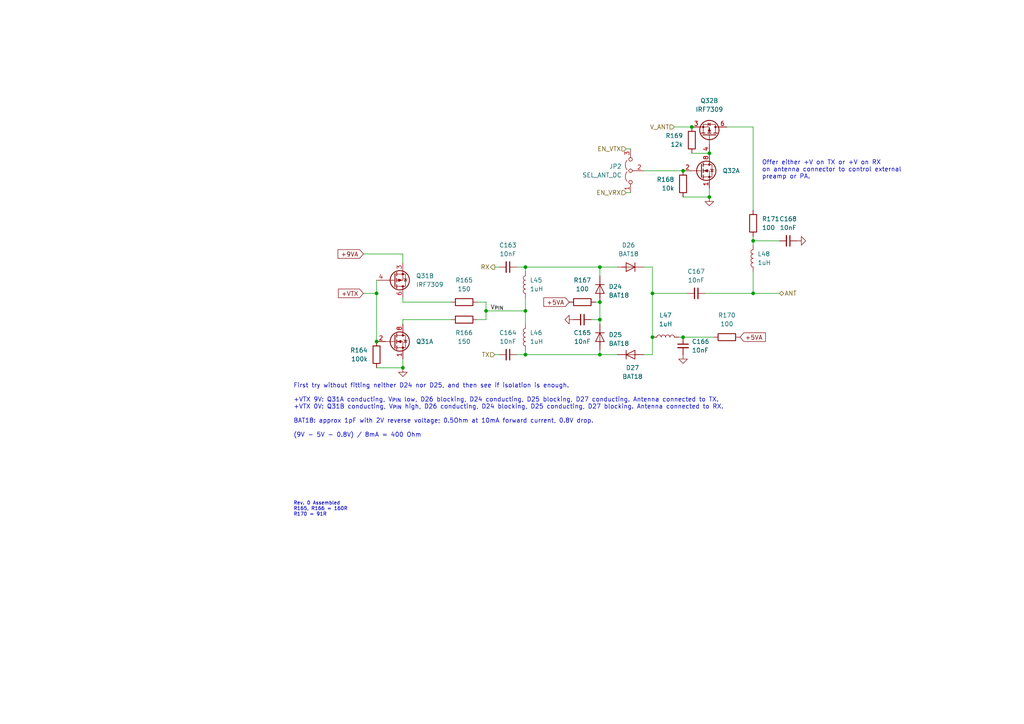
<source format=kicad_sch>
(kicad_sch (version 20230121) (generator eeschema)
  (paper "A4")
  (title_block (title "DART-70 TRX") (date "2023-05-21") (rev "1") (company "HB9EGM") (comment 1 "A 4m Band SSB/CW Transceiver"))
  (lib_symbols
    (symbol "BAT18_1" (pin_numbers hide) (pin_names (offset 0) hide)
      (property "Reference" "D" (at 0 2.54 0))
      (property "Value" "BAT18_1" (at 0 -2.54 0))
      (symbol "BAT18_1_0_1"
        (polyline (pts (xy -1.27 0) (xy 2.54 0)))
        (polyline (pts (xy -1.27 1.27) (xy -1.27 -1.27)) (stroke (width 0.2032)))
        (polyline (pts (xy 1.27 1.27) (xy 1.27 -1.27) (xy -1.27 0) (xy 1.27 1.27)) (stroke (width 0.2032)))
      )
      (symbol "BAT18_1_1_1"
        (pin passive line (at 3.81 0 180) (length 2.54) (name "A") (number "1"))
        (pin no_connect line (at -3.81 1.27 0) (length 2.54) hide (name "NC") (number "2"))
        (pin passive line (at -3.81 0 0) (length 2.54) (name "K") (number "3"))
      )
    )
    (symbol "BAT18_2" (pin_numbers hide) (pin_names (offset 0) hide)
      (property "Reference" "D" (at 0 2.54 0))
      (property "Value" "BAT18_2" (at 0 -2.54 0))
      (symbol "BAT18_2_0_1"
        (polyline (pts (xy -1.27 0) (xy 2.54 0)))
        (polyline (pts (xy -1.27 1.27) (xy -1.27 -1.27)) (stroke (width 0.2032)))
        (polyline (pts (xy 1.27 1.27) (xy 1.27 -1.27) (xy -1.27 0) (xy 1.27 1.27)) (stroke (width 0.2032)))
      )
      (symbol "BAT18_2_1_1"
        (pin passive line (at 3.81 0 180) (length 2.54) (name "A") (number "1"))
        (pin no_connect line (at -3.81 1.27 0) (length 2.54) hide (name "NC") (number "2"))
        (pin passive line (at -3.81 0 0) (length 2.54) (name "K") (number "3"))
      )
    )
    (symbol "BAT18_3" (pin_numbers hide) (pin_names (offset 0) hide)
      (property "Reference" "D" (at 0 2.54 0))
      (property "Value" "BAT18_3" (at 0 -2.54 0))
      (symbol "BAT18_3_0_1"
        (polyline (pts (xy -1.27 0) (xy 2.54 0)))
        (polyline (pts (xy -1.27 1.27) (xy -1.27 -1.27)) (stroke (width 0.2032)))
        (polyline (pts (xy 1.27 1.27) (xy 1.27 -1.27) (xy -1.27 0) (xy 1.27 1.27)) (stroke (width 0.2032)))
      )
      (symbol "BAT18_3_1_1"
        (pin passive line (at 3.81 0 180) (length 2.54) (name "A") (number "1"))
        (pin no_connect line (at -3.81 1.27 0) (length 2.54) hide (name "NC") (number "2"))
        (pin passive line (at -3.81 0 0) (length 2.54) (name "K") (number "3"))
      )
    )
    (symbol "Device:C_Small" (pin_numbers hide) (pin_names (offset 0.254) hide)
      (property "Reference" "C" (at 0.254 1.778 0))
      (property "Value" "C_Small" (at 0.254 -2.032 0))
      (symbol "C_Small_0_1"
        (polyline (pts (xy -1.524 -0.508) (xy 1.524 -0.508)) (stroke (width 0.3302)))
        (polyline (pts (xy -1.524 0.508) (xy 1.524 0.508)) (stroke (width 0.3048)))
      )
      (symbol "C_Small_1_1"
        (pin passive line (at 0 2.54 270) (length 2.032) (name "~") (number "1"))
        (pin passive line (at 0 -2.54 90) (length 2.032) (name "~") (number "2"))
      )
    )
    (symbol "Device:L" (pin_numbers hide) (pin_names (offset 1.016) hide)
      (property "Reference" "L" (at -1.27 0 90))
      (property "Value" "L" (at 1.905 0 90))
      (symbol "L_0_1"
        (arc (start 0 -2.54) (mid 0.6323 -1.905) (end 0 -1.27))
        (arc (start 0 -1.27) (mid 0.6323 -0.635) (end 0 0))
        (arc (start 0 0) (mid 0.6323 0.635) (end 0 1.27))
        (arc (start 0 1.27) (mid 0.6323 1.905) (end 0 2.54))
      )
      (symbol "L_1_1"
        (pin passive line (at 0 3.81 270) (length 1.27) (name "1") (number "1"))
        (pin passive line (at 0 -3.81 90) (length 1.27) (name "2") (number "2"))
      )
    )
    (symbol "Device:R" (pin_numbers hide) (pin_names (offset 0))
      (property "Reference" "R" (at 2.032 0 90))
      (property "Value" "R" (at 0 0 90))
      (symbol "R_0_1"
        (rectangle (start -1.016 -2.54) (end 1.016 2.54) (stroke (width 0.254)))
      )
      (symbol "R_1_1"
        (pin passive line (at 0 3.81 270) (length 1.27) (name "~") (number "1"))
        (pin passive line (at 0 -3.81 90) (length 1.27) (name "~") (number "2"))
      )
    )
    (symbol "Jumper:Jumper_3_Open" (pin_names (offset 0) hide)
      (property "Reference" "JP" (at -2.54 -2.54 0))
      (property "Value" "Jumper_3_Open" (at 0 2.794 0))
      (symbol "Jumper_3_Open_0_0"
        (circle (center -3.302 0) (radius 0.508))
        (circle (center 0 0) (radius 0.508))
        (circle (center 3.302 0) (radius 0.508))
      )
      (symbol "Jumper_3_Open_0_1"
        (arc (start -0.254 1.016) (mid -1.651 1.4992) (end -3.048 1.016))
        (polyline (pts (xy 0 -0.508) (xy 0 -1.27)))
        (arc (start 3.048 1.016) (mid 1.651 1.4992) (end 0.254 1.016))
      )
      (symbol "Jumper_3_Open_1_1"
        (pin passive line (at -6.35 0 0) (length 2.54) (name "A") (number "1"))
        (pin passive line (at 0 -3.81 90) (length 2.54) (name "C") (number "2"))
        (pin passive line (at 6.35 0 180) (length 2.54) (name "B") (number "3"))
      )
    )
    (symbol "Transistor_FET:IRF7309IPBF" (pin_names hide)
      (property "Reference" "Q" (at 5.08 1.905 0))
      (property "Value" "IRF7309IPBF" (at 5.08 0 0))
      (symbol "IRF7309IPBF_0_1"
        (polyline (pts (xy 0.254 0) (xy -2.54 0)))
        (polyline (pts (xy 0.254 1.905) (xy 0.254 -1.905)) (stroke (width 0.254)))
        (polyline (pts (xy 0.762 -1.27) (xy 0.762 -2.286)) (stroke (width 0.254)))
        (polyline (pts (xy 0.762 0.508) (xy 0.762 -0.508)) (stroke (width 0.254)))
        (polyline (pts (xy 0.762 2.286) (xy 0.762 1.27)) (stroke (width 0.254)))
        (polyline (pts (xy 2.54 2.54) (xy 2.54 1.778)))
        (polyline (pts (xy 2.54 -2.54) (xy 2.54 0) (xy 0.762 0)))
        (polyline (pts (xy 0.762 -1.778) (xy 3.302 -1.778) (xy 3.302 1.778) (xy 0.762 1.778)))
        (circle (center 1.651 0) (radius 2.794) (stroke (width 0.254)))
        (circle (center 2.54 -1.778) (radius 0.254) (fill (type outline)))
        (circle (center 2.54 1.778) (radius 0.254) (fill (type outline)))
      )
      (symbol "IRF7309IPBF_1_1"
        (polyline (pts (xy 1.016 0) (xy 2.032 0.381) (xy 2.032 -0.381) (xy 1.016 0)) (fill (type outline)))
        (polyline (pts (xy 2.794 0.508) (xy 2.921 0.381) (xy 3.683 0.381) (xy 3.81 0.254)))
        (polyline (pts (xy 3.302 0.381) (xy 2.921 -0.254) (xy 3.683 -0.254) (xy 3.302 0.381)))
        (pin passive line (at 2.54 -5.08 90) (length 2.54) (name "S") (number "1"))
        (pin input line (at -5.08 0 0) (length 2.54) (name "G") (number "2"))
        (pin passive line (at 2.54 5.08 270) (length 2.54) hide (name "D") (number "7"))
        (pin passive line (at 2.54 5.08 270) (length 2.54) (name "D") (number "8"))
      )
      (symbol "IRF7309IPBF_2_1"
        (polyline (pts (xy 2.286 0) (xy 1.27 0.381) (xy 1.27 -0.381) (xy 2.286 0)) (fill (type outline)))
        (polyline (pts (xy 2.794 -0.508) (xy 2.921 -0.381) (xy 3.683 -0.381) (xy 3.81 -0.254)))
        (polyline (pts (xy 3.302 -0.381) (xy 2.921 0.254) (xy 3.683 0.254) (xy 3.302 -0.381)))
        (pin passive line (at 2.54 -5.08 90) (length 2.54) (name "1") (number "3"))
        (pin input line (at -5.08 0 0) (length 2.54) (name "G") (number "4"))
        (pin passive line (at 2.54 5.08 270) (length 2.54) hide (name "D") (number "5"))
        (pin passive line (at 2.54 5.08 270) (length 2.54) (name "D") (number "6"))
      )
    )
    (symbol "mpb:BAT18" (pin_numbers hide) (pin_names (offset 0) hide)
      (property "Reference" "D" (at 0 2.54 0))
      (property "Value" "BAT18" (at 0 -2.54 0))
      (symbol "BAT18_0_1"
        (polyline (pts (xy -1.27 0) (xy 2.54 0)))
        (polyline (pts (xy -1.27 1.27) (xy -1.27 -1.27)) (stroke (width 0.2032)))
        (polyline (pts (xy 1.27 1.27) (xy 1.27 -1.27) (xy -1.27 0) (xy 1.27 1.27)) (stroke (width 0.2032)))
      )
      (symbol "BAT18_1_1"
        (pin passive line (at 3.81 0 180) (length 2.54) (name "A") (number "1"))
        (pin no_connect line (at -3.81 1.27 0) (length 2.54) hide (name "NC") (number "2"))
        (pin passive line (at -3.81 0 0) (length 2.54) (name "K") (number "3"))
      )
    )
    (symbol "power:GND" (power) (pin_names (offset 0))
      (property "Value" "GND" (at 0 -3.81 0))
      (symbol "GND_0_1"
        (polyline (pts (xy 0 0) (xy 0 -1.27) (xy 1.27 -1.27) (xy 0 -2.54) (xy -1.27 -1.27) (xy 0 -1.27)))
      )
      (symbol "GND_1_1"
        (pin power_in line (at 0 0 270) (length 0) hide (name "GND") (number "1"))
      )
    )
  )
  (junction (at 189.23 85.09))
  (junction (at 152.4 102.87))
  (junction (at 109.22 99.06))
  (junction (at 173.99 87.63))
  (junction (at 116.84 106.68))
  (junction (at 140.97 90.17))
  (junction (at 205.74 44.45))
  (junction (at 200.66 36.83))
  (junction (at 198.12 97.79))
  (junction (at 173.99 77.47))
  (junction (at 189.23 97.79))
  (junction (at 173.99 92.71))
  (junction (at 152.4 77.47))
  (junction (at 152.4 90.17))
  (junction (at 109.22 85.09))
  (junction (at 218.44 69.85))
  (junction (at 218.44 85.09))
  (junction (at 205.74 57.15))
  (junction (at 198.12 49.53))
  (junction (at 173.99 102.87))
  (wire (pts (xy 149.86 77.47) (xy 152.4 77.47)))
  (wire (pts (xy 189.23 97.79) (xy 189.23 102.87)))
  (wire (pts (xy 179.07 102.87) (xy 173.99 102.87)))
  (wire (pts (xy 205.74 54.61) (xy 205.74 57.15)))
  (wire (pts (xy 143.51 102.87) (xy 144.78 102.87)))
  (wire (pts (xy 149.86 102.87) (xy 152.4 102.87)))
  (wire (pts (xy 173.99 77.47) (xy 179.07 77.47)))
  (wire (pts (xy 189.23 85.09) (xy 199.39 85.09)))
  (wire (pts (xy 173.99 92.71) (xy 173.99 93.98)))
  (wire (pts (xy 181.61 43.18) (xy 182.88 43.18)))
  (wire (pts (xy 173.99 87.63) (xy 173.99 92.71)))
  (wire (pts (xy 152.4 102.87) (xy 152.4 101.6)))
  (wire (pts (xy 109.22 85.09) (xy 109.22 99.06)))
  (wire (pts (xy 109.22 81.28) (xy 109.22 85.09)))
  (wire (pts (xy 218.44 69.85) (xy 218.44 71.12)))
  (wire (pts (xy 152.4 78.74) (xy 152.4 77.47)))
  (wire (pts (xy 200.66 44.45) (xy 205.74 44.45)))
  (wire (pts (xy 109.22 106.68) (xy 116.84 106.68)))
  (wire (pts (xy 195.58 36.83) (xy 200.66 36.83)))
  (wire (pts (xy 173.99 102.87) (xy 152.4 102.87)))
  (wire (pts (xy 173.99 80.01) (xy 173.99 77.47)))
  (wire (pts (xy 218.44 60.96) (xy 218.44 36.83)))
  (wire (pts (xy 116.84 87.63) (xy 130.81 87.63)))
  (wire (pts (xy 116.84 106.68) (xy 116.84 104.14)))
  (wire (pts (xy 218.44 36.83) (xy 210.82 36.83)))
  (wire (pts (xy 116.84 86.36) (xy 116.84 87.63)))
  (wire (pts (xy 189.23 102.87) (xy 186.69 102.87)))
  (wire (pts (xy 189.23 85.09) (xy 189.23 97.79)))
  (wire (pts (xy 198.12 97.79) (xy 207.01 97.79)))
  (wire (pts (xy 204.47 85.09) (xy 218.44 85.09)))
  (wire (pts (xy 116.84 73.66) (xy 116.84 76.2)))
  (wire (pts (xy 218.44 85.09) (xy 226.06 85.09)))
  (wire (pts (xy 105.41 73.66) (xy 116.84 73.66)))
  (wire (pts (xy 218.44 68.58) (xy 218.44 69.85)))
  (wire (pts (xy 181.61 55.88) (xy 182.88 55.88)))
  (wire (pts (xy 140.97 92.71) (xy 138.43 92.71)))
  (wire (pts (xy 152.4 90.17) (xy 152.4 93.98)))
  (wire (pts (xy 140.97 87.63) (xy 138.43 87.63)))
  (wire (pts (xy 105.41 85.09) (xy 109.22 85.09)))
  (wire (pts (xy 196.85 97.79) (xy 198.12 97.79)))
  (wire (pts (xy 218.44 78.74) (xy 218.44 85.09)))
  (wire (pts (xy 152.4 86.36) (xy 152.4 90.17)))
  (wire (pts (xy 189.23 77.47) (xy 186.69 77.47)))
  (wire (pts (xy 218.44 69.85) (xy 226.06 69.85)))
  (wire (pts (xy 173.99 102.87) (xy 173.99 101.6)))
  (wire (pts (xy 152.4 77.47) (xy 173.99 77.47)))
  (wire (pts (xy 173.99 92.71) (xy 171.45 92.71)))
  (wire (pts (xy 172.72 87.63) (xy 173.99 87.63)))
  (wire (pts (xy 116.84 92.71) (xy 116.84 93.98)))
  (wire (pts (xy 205.74 57.15) (xy 198.12 57.15)))
  (wire (pts (xy 143.51 77.47) (xy 144.78 77.47)))
  (wire (pts (xy 186.69 49.53) (xy 198.12 49.53)))
  (wire (pts (xy 140.97 90.17) (xy 152.4 90.17)))
  (wire (pts (xy 189.23 77.47) (xy 189.23 85.09)))
  (wire (pts (xy 140.97 87.63) (xy 140.97 90.17)))
  (wire (pts (xy 130.81 92.71) (xy 116.84 92.71)))
  (wire (pts (xy 140.97 90.17) (xy 140.97 92.71)))
  (text "Rev. 0 Assembled\nR165, R166 = 160R\nR170 = 91R" (at 85.09 149.86 0) (effects (font (size 1 1)) (justify left bottom)))
  (text "Offer either +V on TX or +V on RX\non antenna connector to control external\npreamp or PA." (at 220.98 52.07 0) (effects (font (size 1.27 1.27)) (justify left bottom)))
  (text "First try without fitting neither D24 nor D25, and then see if isolation is enough.\n\n+VTX 9V: Q31A conducting, V_{PIN} low, D26 blocking, D24 conducting, D25 blocking, D27 conducting. Antenna connected to TX.\n+VTX 0V: Q31B conducting, V_{PIN} high, D26 conducting, D24 blocking, D25 conducting, D27 blocking. Antenna connected to RX.\n\nBAT18: approx 1pF with 2V reverse voltage; 0.5Ohm at 10mA forward current, 0.8V drop.\n\n(9V - 5V - 0.8V) / 8mA = 400 Ohm" (at 85.09 127 0) (effects (font (size 1.27 1.27)) (justify left bottom)))
  (label "V_{PIN}" (at 142.24 90.17 0))
  (global_label "+5VA" (shape input) (at 214.63 97.79 0) (property "Intersheetrefs" "${INTERSHEET_REFS}" (effects hide)))
  (global_label "+5VA" (shape input) (at 165.1 87.63 180) (property "Intersheetrefs" "${INTERSHEET_REFS}" (effects hide)))
  (global_label "+VTX" (shape input) (at 105.41 85.09 180) (property "Intersheetrefs" "${INTERSHEET_REFS}" (effects hide)))
  (global_label "+9VA" (shape input) (at 105.41 73.66 180) (property "Intersheetrefs" "${INTERSHEET_REFS}" (effects hide)))
  (hierarchical_label "TX" (shape input) (at 143.51 102.87 180))
  (hierarchical_label "ANT" (shape bidirectional) (at 226.06 85.09 0))
  (hierarchical_label "EN_VRX" (shape input) (at 181.61 55.88 180))
  (hierarchical_label "V_ANT" (shape input) (at 195.58 36.83 180))
  (hierarchical_label "EN_VTX" (shape input) (at 181.61 43.18 180))
  (hierarchical_label "RX" (shape output) (at 143.51 77.47 180))
  (symbol (lib_name "BAT18_3") (lib_id "mpb:BAT18") (at 182.88 77.47 180) (unit 1)
    (property "Reference" "D26" (at 182.2958 71.12 0))
    (property "Value" "BAT18" (at 182.2958 73.66 0))
    (property "Footprint" "Package_TO_SOT_SMD:SOT-23_Handsoldering" (effects hide))
    (property "Datasheet" "/home/bram/Sync/Doc/Datasheet/BAT18-1125947.pdf" (effects hide))
    (property "Need_order" "0" (effects hide))
    (property "MPN" "BAT18" (effects hide))
  )
  (symbol (lib_id "Device:L") (at 218.44 74.93 180) (unit 1)
    (property "Reference" "L48" (at 219.71 73.6599 0) (effects (justify right)))
    (property "Value" "1uH" (at 219.71 76.1999 0) (effects (justify right)))
    (property "Footprint" "Inductor_SMD:L_1008_2520Metric_Pad1.43x2.20mm_HandSolder" (effects hide))
    (property "MPN" "LQW2UAS1R0x0CL" (effects hide))
    (property "Need_order" "0" (effects hide))
  )
  (symbol (lib_id "Transistor_FET:IRF7309IPBF") (at 203.2 49.53 0) (unit 1)
    (property "Reference" "Q32" (at 209.55 49.5299 0) (effects (justify left)))
    (property "Value" "IRF7309" (effects hide))
    (property "Footprint" "Package_SO:SOIC-8_3.9x4.9mm_P1.27mm" (effects hide))
    (property "Datasheet" "/home/bram/Sync/Doc/Datasheet/IRF7309.pdf" (effects hide))
    (property "MPN" "IRF7309TRPBF" (effects hide))
    (property "Need_order" "0" (effects hide))
  )
  (symbol (lib_id "Device:C_Small") (at 198.12 100.33 0) (mirror y) (unit 1)
    (property "Reference" "C166" (at 200.66 99.0662 0) (effects (justify right)))
    (property "Value" "10nF" (at 200.66 101.6062 0) (effects (justify right)))
    (property "Footprint" "Capacitor_SMD:C_0805_2012Metric_Pad1.18x1.45mm_HandSolder" (effects hide))
    (property "MPN" "VJ0805A103KXJTBC" (effects hide))
    (property "Need_order" "0" (effects hide))
  )
  (symbol (lib_id "power:GND") (at 116.84 106.68 0) (unit 1)
    (property "Reference" "#PWR0204" (effects hide))
    (property "Value" "GND" (effects hide))
  )
  (symbol (lib_id "Device:R") (at 198.12 53.34 180) (unit 1)
    (property "Reference" "R168" (at 195.58 52.0699 0) (effects (justify left)))
    (property "Value" "10k" (at 195.58 54.6099 0) (effects (justify left)))
    (property "Footprint" "Resistor_SMD:R_0603_1608Metric_Pad0.98x0.95mm_HandSolder" (effects hide))
    (property "Need_order" "0" (effects hide))
  )
  (symbol (lib_id "Device:R") (at 218.44 64.77 180) (unit 1)
    (property "Reference" "R171" (at 220.98 63.4999 0) (effects (justify right)))
    (property "Value" "100" (at 220.98 66.0399 0) (effects (justify right)))
    (property "Footprint" "Resistor_SMD:R_0603_1608Metric_Pad0.98x0.95mm_HandSolder" (effects hide))
    (property "Need_order" "0" (effects hide))
  )
  (symbol (lib_name "BAT18_2") (lib_id "mpb:BAT18") (at 173.99 83.82 270) (unit 1)
    (property "Reference" "D24" (at 176.53 83.1341 90) (effects (justify left)))
    (property "Value" "BAT18" (at 176.53 85.6741 90) (effects (justify left)))
    (property "Footprint" "Package_TO_SOT_SMD:SOT-23_Handsoldering" (effects hide))
    (property "Datasheet" "/home/bram/Sync/Doc/Datasheet/BAT18-1125947.pdf" (effects hide))
    (property "Need_order" "0" (effects hide))
    (property "MPN" "BAT18" (effects hide))
  )
  (symbol (lib_id "Device:C_Small") (at 147.32 77.47 270) (mirror x) (unit 1)
    (property "Reference" "C163" (at 147.3136 71.12 90))
    (property "Value" "10nF" (at 147.3136 73.66 90))
    (property "Footprint" "Capacitor_SMD:C_0805_2012Metric_Pad1.18x1.45mm_HandSolder" (effects hide))
    (property "MPN" "VJ0805A103KXJTBC" (effects hide))
    (property "Need_order" "0" (effects hide))
  )
  (symbol (lib_id "Jumper:Jumper_3_Open") (at 182.88 49.53 90) (unit 1)
    (property "Reference" "JP2" (at 180.34 48.2599 90) (effects (justify left)))
    (property "Value" "SEL_ANT_DC" (at 180.34 50.7999 90) (effects (justify left)))
    (property "Footprint" "Connector_PinHeader_2.54mm:PinHeader_1x03_P2.54mm_Vertical" (effects hide))
  )
  (symbol (lib_id "Device:R") (at 134.62 92.71 270) (unit 1)
    (property "Reference" "R166" (at 134.62 96.52 90))
    (property "Value" "150" (at 134.62 99.06 90))
    (property "Footprint" "Resistor_SMD:R_0603_1608Metric_Pad0.98x0.95mm_HandSolder" (effects hide))
    (property "Need_order" "0" (effects hide))
  )
  (symbol (lib_id "Device:L") (at 152.4 97.79 180) (unit 1)
    (property "Reference" "L46" (at 153.67 96.5199 0) (effects (justify right)))
    (property "Value" "1uH" (at 153.67 99.0599 0) (effects (justify right)))
    (property "Footprint" "Inductor_SMD:L_1008_2520Metric_Pad1.43x2.20mm_HandSolder" (effects hide))
    (property "MPN" "LQW2UAS1R0x0CL" (effects hide))
    (property "Need_order" "0" (effects hide))
  )
  (symbol (lib_id "Device:C_Small") (at 201.93 85.09 270) (mirror x) (unit 1)
    (property "Reference" "C167" (at 201.9236 78.74 90))
    (property "Value" "10nF" (at 201.9236 81.28 90))
    (property "Footprint" "Capacitor_SMD:C_0805_2012Metric_Pad1.18x1.45mm_HandSolder" (effects hide))
    (property "MPN" "VJ0805A103KXJTBC" (effects hide))
    (property "Need_order" "0" (effects hide))
  )
  (symbol (lib_id "Device:R") (at 210.82 97.79 90) (unit 1)
    (property "Reference" "R170" (at 210.82 91.44 90))
    (property "Value" "100" (at 210.82 93.98 90))
    (property "Footprint" "Resistor_SMD:R_0603_1608Metric_Pad0.98x0.95mm_HandSolder" (effects hide))
    (property "Need_order" "0" (effects hide))
  )
  (symbol (lib_id "power:GND") (at 205.74 57.15 0) (unit 1)
    (property "Reference" "#PWR0208" (effects hide))
    (property "Value" "GND" (effects hide))
  )
  (symbol (lib_id "Transistor_FET:IRF7309IPBF") (at 114.3 99.06 0) (unit 1)
    (property "Reference" "Q31" (at 120.65 99.0599 0) (effects (justify left)))
    (property "Value" "IRF7309" (effects hide))
    (property "Footprint" "Package_SO:SOIC-8_3.9x4.9mm_P1.27mm" (effects hide))
    (property "Datasheet" "/home/bram/Sync/Doc/Datasheet/IRF7309.pdf" (effects hide))
    (property "MPN" "IRF7309TRPBF" (effects hide))
    (property "Need_order" "0" (effects hide))
  )
  (symbol (lib_id "Transistor_FET:IRF7309IPBF") (at 114.3 81.28 0) (mirror x) (unit 2)
    (property "Reference" "Q31" (at 120.65 80.0099 0) (effects (justify left)))
    (property "Value" "IRF7309" (at 120.65 82.5499 0) (effects (justify left)))
    (property "Footprint" "Package_SO:SOIC-8_3.9x4.9mm_P1.27mm" (effects hide))
    (property "Datasheet" "/home/bram/Sync/Doc/Datasheet/IRF7309.pdf" (effects hide))
    (property "MPN" "IRF7309TRPBF" (effects hide))
    (property "Need_order" "0" (effects hide))
  )
  (symbol (lib_id "Transistor_FET:IRF7309IPBF") (at 205.74 39.37 270) (mirror x) (unit 2)
    (property "Reference" "Q32" (at 205.74 29.21 90))
    (property "Value" "IRF7309" (at 205.74 31.75 90))
    (property "Footprint" "Package_SO:SOIC-8_3.9x4.9mm_P1.27mm" (effects hide))
    (property "Datasheet" "/home/bram/Sync/Doc/Datasheet/IRF7309.pdf" (effects hide))
    (property "MPN" "IRF7309TRPBF" (effects hide))
    (property "Need_order" "0" (effects hide))
  )
  (symbol (lib_id "mpb:BAT18") (at 182.88 102.87 0) (unit 1)
    (property "Reference" "D27" (at 183.4642 106.68 0))
    (property "Value" "BAT18" (at 183.4642 109.22 0))
    (property "Footprint" "Package_TO_SOT_SMD:SOT-23_Handsoldering" (effects hide))
    (property "Datasheet" "/home/bram/Sync/Doc/Datasheet/BAT18-1125947.pdf" (effects hide))
    (property "Need_order" "0" (effects hide))
    (property "MPN" "BAT18" (effects hide))
  )
  (symbol (lib_id "Device:R") (at 200.66 40.64 0) (unit 1)
    (property "Reference" "R169" (at 198.12 39.3699 0) (effects (justify right)))
    (property "Value" "12k" (at 198.12 41.9099 0) (effects (justify right)))
    (property "Footprint" "Resistor_SMD:R_0603_1608Metric_Pad0.98x0.95mm_HandSolder" (effects hide))
    (property "Need_order" "0" (effects hide))
  )
  (symbol (lib_id "Device:L") (at 193.04 97.79 90) (unit 1)
    (property "Reference" "L47" (at 193.04 91.44 90))
    (property "Value" "1uH" (at 193.04 93.98 90))
    (property "Footprint" "Inductor_SMD:L_1008_2520Metric_Pad1.43x2.20mm_HandSolder" (effects hide))
    (property "MPN" "LQW2UAS1R0x0CL" (effects hide))
    (property "Need_order" "0" (effects hide))
  )
  (symbol (lib_id "Device:R") (at 109.22 102.87 0) (unit 1)
    (property "Reference" "R164" (at 106.68 101.5999 0) (effects (justify right)))
    (property "Value" "100k" (at 106.68 104.1399 0) (effects (justify right)))
    (property "Footprint" "Resistor_SMD:R_0603_1608Metric_Pad0.98x0.95mm_HandSolder" (effects hide))
    (property "Need_order" "0" (effects hide))
  )
  (symbol (lib_id "Device:C_Small") (at 228.6 69.85 270) (mirror x) (unit 1)
    (property "Reference" "C168" (at 228.5936 63.5 90))
    (property "Value" "10nF" (at 228.5936 66.04 90))
    (property "Footprint" "Capacitor_SMD:C_0805_2012Metric_Pad1.18x1.45mm_HandSolder" (effects hide))
    (property "MPN" "VJ0805A103KXJTBC" (effects hide))
    (property "Need_order" "0" (effects hide))
  )
  (symbol (lib_name "BAT18_1") (lib_id "mpb:BAT18") (at 173.99 97.79 270) (unit 1)
    (property "Reference" "D25" (at 176.53 97.1041 90) (effects (justify left)))
    (property "Value" "BAT18" (at 176.53 99.6441 90) (effects (justify left)))
    (property "Footprint" "Package_TO_SOT_SMD:SOT-23_Handsoldering" (effects hide))
    (property "Datasheet" "/home/bram/Sync/Doc/Datasheet/BAT18-1125947.pdf" (effects hide))
    (property "Need_order" "0" (effects hide))
    (property "MPN" "BAT18" (effects hide))
  )
  (symbol (lib_id "Device:C_Small") (at 147.32 102.87 270) (mirror x) (unit 1)
    (property "Reference" "C164" (at 147.3136 96.52 90))
    (property "Value" "10nF" (at 147.3136 99.06 90))
    (property "Footprint" "Capacitor_SMD:C_0805_2012Metric_Pad1.18x1.45mm_HandSolder" (effects hide))
    (property "MPN" "VJ0805A103KXJTBC" (effects hide))
    (property "Need_order" "0" (effects hide))
  )
  (symbol (lib_id "power:GND") (at 166.37 92.71 270) (unit 1)
    (property "Reference" "#PWR0205" (effects hide))
    (property "Value" "GND" (effects hide))
  )
  (symbol (lib_id "Device:R") (at 168.91 87.63 270) (unit 1)
    (property "Reference" "R167" (at 168.91 81.28 90))
    (property "Value" "100" (at 168.91 83.82 90))
    (property "Footprint" "Resistor_SMD:R_0603_1608Metric_Pad0.98x0.95mm_HandSolder" (effects hide))
    (property "Need_order" "0" (effects hide))
  )
  (symbol (lib_id "Device:C_Small") (at 168.91 92.71 270) (mirror x) (unit 1)
    (property "Reference" "C165" (at 168.9036 96.52 90))
    (property "Value" "10nF" (at 168.9036 99.06 90))
    (property "Footprint" "Capacitor_SMD:C_0805_2012Metric_Pad1.18x1.45mm_HandSolder" (effects hide))
    (property "MPN" "VJ0805A103KXJTBC" (effects hide))
    (property "Need_order" "0" (effects hide))
  )
  (symbol (lib_id "power:GND") (at 231.14 69.85 90) (unit 1)
    (property "Reference" "#PWR0209" (effects hide))
    (property "Value" "GND" (effects hide))
  )
  (symbol (lib_id "power:GND") (at 198.12 102.87 0) (unit 1)
    (property "Reference" "#PWR0207" (effects hide))
    (property "Value" "GND" (effects hide))
  )
  (symbol (lib_id "Device:L") (at 152.4 82.55 180) (unit 1)
    (property "Reference" "L45" (at 153.67 81.2799 0) (effects (justify right)))
    (property "Value" "1uH" (at 153.67 83.8199 0) (effects (justify right)))
    (property "Footprint" "Inductor_SMD:L_1008_2520Metric_Pad1.43x2.20mm_HandSolder" (effects hide))
    (property "MPN" "LQW2UAS1R0x0CL" (effects hide))
    (property "Need_order" "0" (effects hide))
  )
  (symbol (lib_id "Device:R") (at 134.62 87.63 270) (unit 1)
    (property "Reference" "R165" (at 134.62 81.28 90))
    (property "Value" "150" (at 134.62 83.82 90))
    (property "Footprint" "Resistor_SMD:R_0603_1608Metric_Pad0.98x0.95mm_HandSolder" (effects hide))
    (property "Need_order" "0" (effects hide))
  )
)
</source>
